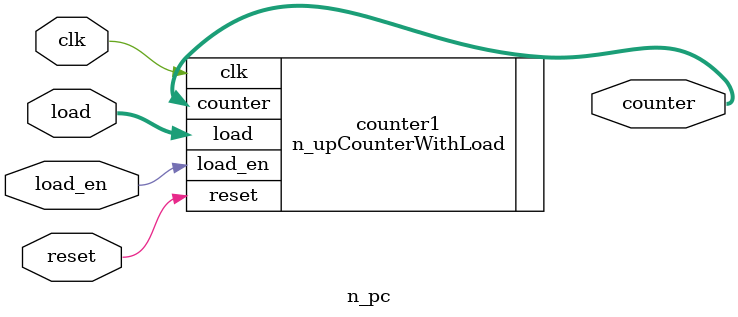
<source format=sv>
`timescale 1ns / 1ps


module n_pc #(parameter n=4)(
    input logic clk,
    input logic reset,
    input logic [n-1:0]load,
    input logic load_en,
    output logic [n-1:0]counter
    );
//    logic load_en=0;
    n_upCounterWithLoad #(.n(n)) counter1(.clk(clk),.reset(reset),.load(load),.counter(counter),.load_en(load_en));
        
endmodule

</source>
